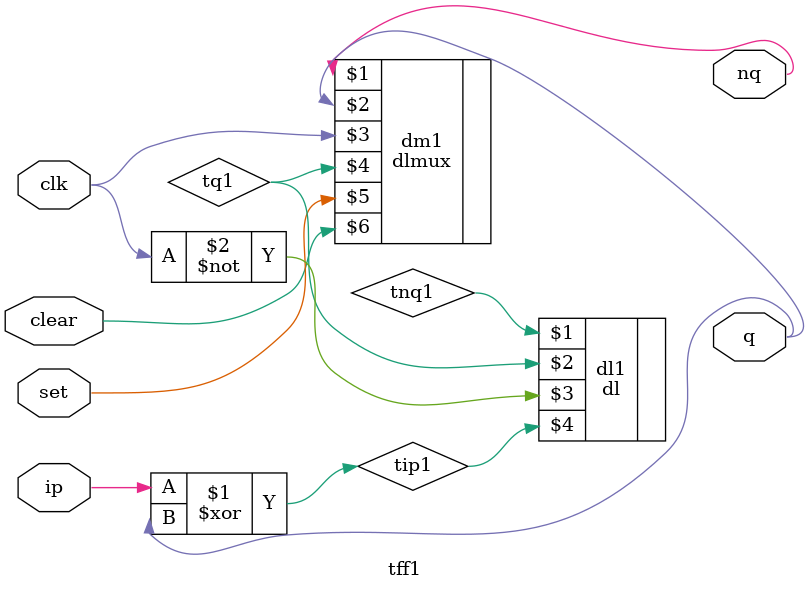
<source format=v>
module tff1 (nq,q,ip,clk,set,clear);
output nq,q;
input ip,clk,set,clear; 
wire tq1,tnq1,tip1;
assign tip1=(ip^q);
dl dl1 (tnq1,tq1,~clk,tip1);
dlmux dm1 (nq,q,clk,tq1,set,clear);
endmodule
</source>
